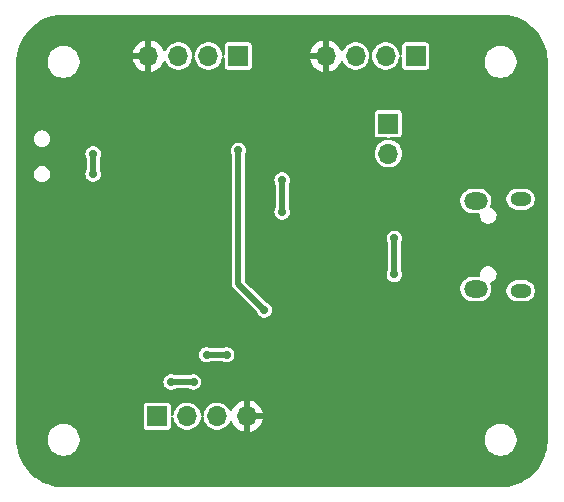
<source format=gbr>
%TF.GenerationSoftware,KiCad,Pcbnew,8.0.8-8.0.8-0~ubuntu24.04.1*%
%TF.CreationDate,2025-02-20T16:37:28+05:30*%
%TF.ProjectId,STM32_BT_IMU,53544d33-325f-4425-945f-494d552e6b69,rev?*%
%TF.SameCoordinates,Original*%
%TF.FileFunction,Copper,L2,Bot*%
%TF.FilePolarity,Positive*%
%FSLAX46Y46*%
G04 Gerber Fmt 4.6, Leading zero omitted, Abs format (unit mm)*
G04 Created by KiCad (PCBNEW 8.0.8-8.0.8-0~ubuntu24.04.1) date 2025-02-20 16:37:28*
%MOMM*%
%LPD*%
G01*
G04 APERTURE LIST*
%TA.AperFunction,ComponentPad*%
%ADD10R,1.700000X1.700000*%
%TD*%
%TA.AperFunction,ComponentPad*%
%ADD11O,1.700000X1.700000*%
%TD*%
%TA.AperFunction,HeatsinkPad*%
%ADD12O,1.800000X1.150000*%
%TD*%
%TA.AperFunction,HeatsinkPad*%
%ADD13O,2.000000X1.450000*%
%TD*%
%TA.AperFunction,ViaPad*%
%ADD14C,0.700000*%
%TD*%
%TA.AperFunction,Conductor*%
%ADD15C,0.500000*%
%TD*%
G04 APERTURE END LIST*
D10*
%TO.P,J2,1,Pin_1*%
%TO.N,+3.3V*%
X83800000Y-71500000D03*
D11*
%TO.P,J2,2,Pin_2*%
%TO.N,/SWDIO*%
X81260000Y-71500000D03*
%TO.P,J2,3,Pin_3*%
%TO.N,/SWCLK*%
X78720000Y-71500000D03*
%TO.P,J2,4,Pin_4*%
%TO.N,GND*%
X76180000Y-71500000D03*
%TD*%
D12*
%TO.P,J1,6,Shield*%
%TO.N,unconnected-(J1-Shield-Pad6)_3*%
X92695000Y-91375000D03*
D13*
%TO.N,unconnected-(J1-Shield-Pad6)*%
X88895000Y-91225000D03*
%TO.N,unconnected-(J1-Shield-Pad6)_1*%
X88895000Y-83775000D03*
D12*
%TO.N,unconnected-(J1-Shield-Pad6)_2*%
X92695000Y-83625000D03*
%TD*%
D10*
%TO.P,J4,1,Pin_1*%
%TO.N,+3.3V*%
X61920000Y-102000000D03*
D11*
%TO.P,J4,2,Pin_2*%
%TO.N,/I2C2_SCL*%
X64460000Y-102000000D03*
%TO.P,J4,3,Pin_3*%
%TO.N,/I2C2_SDA*%
X67000000Y-102000000D03*
%TO.P,J4,4,Pin_4*%
%TO.N,GND*%
X69540000Y-102000000D03*
%TD*%
D10*
%TO.P,J5,1,Pin_1*%
%TO.N,/CAN_H*%
X81500000Y-77225000D03*
D11*
%TO.P,J5,2,Pin_2*%
%TO.N,/CAN_L*%
X81500000Y-79765000D03*
%TD*%
D10*
%TO.P,J3,1,Pin_1*%
%TO.N,+3.3V*%
X68800000Y-71500000D03*
D11*
%TO.P,J3,2,Pin_2*%
%TO.N,/USART1_TX*%
X66260000Y-71500000D03*
%TO.P,J3,3,Pin_3*%
%TO.N,/USART1_RX*%
X63720000Y-71500000D03*
%TO.P,J3,4,Pin_4*%
%TO.N,GND*%
X61180000Y-71500000D03*
%TD*%
D14*
%TO.N,+3.3V*%
X67810000Y-96800000D03*
X66100000Y-96800000D03*
X65000000Y-99100000D03*
X63100000Y-99100000D03*
%TO.N,GND*%
X65500000Y-77500000D03*
X80000000Y-99000000D03*
X65425335Y-94925335D03*
X58500000Y-91500000D03*
X87500000Y-86200000D03*
X75500000Y-81300000D03*
X57000000Y-86250000D03*
X58500000Y-86000000D03*
X63500000Y-90000000D03*
X80500000Y-94000000D03*
X80500000Y-95500000D03*
X61000000Y-85000000D03*
X68000000Y-91500000D03*
X55500000Y-77000000D03*
X54250000Y-89500000D03*
X84500000Y-99000000D03*
X73500000Y-86950000D03*
X81000000Y-99000000D03*
X58500000Y-95500000D03*
X63000000Y-78500000D03*
X90500000Y-95500000D03*
%TO.N,+3.3V*%
X82000000Y-90000000D03*
X72500000Y-84700000D03*
X56495717Y-79790145D03*
X72500000Y-82000000D03*
X56500000Y-81500000D03*
X82000000Y-86950000D03*
%TO.N,+5VD*%
X68800000Y-79500000D03*
X71000000Y-93000000D03*
%TD*%
D15*
%TO.N,+3.3V*%
X66100000Y-96800000D02*
X67810000Y-96800000D01*
X63100000Y-99100000D02*
X65000000Y-99100000D01*
X72500000Y-84700000D02*
X72500000Y-82000000D01*
X82000000Y-90000000D02*
X82000000Y-86950000D01*
X56500000Y-81500000D02*
X56500000Y-79794428D01*
X56500000Y-79794428D02*
X56495717Y-79790145D01*
%TO.N,+5VD*%
X68800000Y-79500000D02*
X68800000Y-90800000D01*
X68800000Y-90800000D02*
X71000000Y-93000000D01*
%TD*%
%TA.AperFunction,Conductor*%
%TO.N,GND*%
G36*
X91000733Y-68000008D02*
G01*
X91191077Y-68002343D01*
X91201681Y-68002930D01*
X91581224Y-68040312D01*
X91593249Y-68042096D01*
X91966527Y-68116345D01*
X91978329Y-68119301D01*
X92342544Y-68229785D01*
X92354002Y-68233885D01*
X92705627Y-68379532D01*
X92716626Y-68384734D01*
X93052282Y-68564147D01*
X93062713Y-68570399D01*
X93379169Y-68781849D01*
X93388942Y-68789097D01*
X93683148Y-69030544D01*
X93692165Y-69038717D01*
X93961282Y-69307834D01*
X93969455Y-69316851D01*
X94210902Y-69611057D01*
X94218150Y-69620830D01*
X94429600Y-69937286D01*
X94435856Y-69947724D01*
X94615264Y-70283372D01*
X94620467Y-70294372D01*
X94766114Y-70645997D01*
X94770214Y-70657455D01*
X94880698Y-71021670D01*
X94883654Y-71033474D01*
X94957902Y-71406744D01*
X94959688Y-71418781D01*
X94997068Y-71798304D01*
X94997656Y-71808937D01*
X94999991Y-71999266D01*
X95000000Y-72000787D01*
X95000000Y-103999212D01*
X94999991Y-104000733D01*
X94997656Y-104191062D01*
X94997068Y-104201695D01*
X94959688Y-104581218D01*
X94957902Y-104593255D01*
X94883654Y-104966525D01*
X94880698Y-104978329D01*
X94770214Y-105342544D01*
X94766114Y-105354002D01*
X94620467Y-105705627D01*
X94615264Y-105716627D01*
X94435856Y-106052275D01*
X94429600Y-106062713D01*
X94218150Y-106379169D01*
X94210902Y-106388942D01*
X93969455Y-106683148D01*
X93961282Y-106692165D01*
X93692165Y-106961282D01*
X93683148Y-106969455D01*
X93388942Y-107210902D01*
X93379169Y-107218150D01*
X93062713Y-107429600D01*
X93052275Y-107435856D01*
X92716627Y-107615264D01*
X92705627Y-107620467D01*
X92354002Y-107766114D01*
X92342544Y-107770214D01*
X91978329Y-107880698D01*
X91966525Y-107883654D01*
X91593255Y-107957902D01*
X91581218Y-107959688D01*
X91201695Y-107997068D01*
X91191062Y-107997656D01*
X91000734Y-107999991D01*
X90999213Y-108000000D01*
X54000787Y-108000000D01*
X53999266Y-107999991D01*
X53808937Y-107997656D01*
X53798304Y-107997068D01*
X53418781Y-107959688D01*
X53406744Y-107957902D01*
X53033474Y-107883654D01*
X53021670Y-107880698D01*
X52657455Y-107770214D01*
X52645997Y-107766114D01*
X52294372Y-107620467D01*
X52283372Y-107615264D01*
X51947724Y-107435856D01*
X51937286Y-107429600D01*
X51620830Y-107218150D01*
X51611057Y-107210902D01*
X51316851Y-106969455D01*
X51307834Y-106961282D01*
X51038717Y-106692165D01*
X51030544Y-106683148D01*
X50789097Y-106388942D01*
X50781849Y-106379169D01*
X50570399Y-106062713D01*
X50564143Y-106052275D01*
X50384735Y-105716627D01*
X50379532Y-105705627D01*
X50233885Y-105354002D01*
X50229785Y-105342544D01*
X50119301Y-104978329D01*
X50116345Y-104966525D01*
X50099092Y-104879786D01*
X50042096Y-104593249D01*
X50040311Y-104581218D01*
X50002930Y-104201681D01*
X50002343Y-104191075D01*
X50000009Y-104000732D01*
X50000000Y-103999212D01*
X50000000Y-103893713D01*
X52649500Y-103893713D01*
X52649500Y-104106286D01*
X52682753Y-104316239D01*
X52748444Y-104518414D01*
X52844951Y-104707820D01*
X52969890Y-104879786D01*
X53120213Y-105030109D01*
X53292179Y-105155048D01*
X53292181Y-105155049D01*
X53292184Y-105155051D01*
X53481588Y-105251557D01*
X53683757Y-105317246D01*
X53893713Y-105350500D01*
X53893714Y-105350500D01*
X54106286Y-105350500D01*
X54106287Y-105350500D01*
X54316243Y-105317246D01*
X54518412Y-105251557D01*
X54707816Y-105155051D01*
X54729789Y-105139086D01*
X54879786Y-105030109D01*
X54879788Y-105030106D01*
X54879792Y-105030104D01*
X55030104Y-104879792D01*
X55030106Y-104879788D01*
X55030109Y-104879786D01*
X55155048Y-104707820D01*
X55155047Y-104707820D01*
X55155051Y-104707816D01*
X55251557Y-104518412D01*
X55317246Y-104316243D01*
X55350500Y-104106287D01*
X55350500Y-103893713D01*
X89649500Y-103893713D01*
X89649500Y-104106286D01*
X89682753Y-104316239D01*
X89748444Y-104518414D01*
X89844951Y-104707820D01*
X89969890Y-104879786D01*
X90120213Y-105030109D01*
X90292179Y-105155048D01*
X90292181Y-105155049D01*
X90292184Y-105155051D01*
X90481588Y-105251557D01*
X90683757Y-105317246D01*
X90893713Y-105350500D01*
X90893714Y-105350500D01*
X91106286Y-105350500D01*
X91106287Y-105350500D01*
X91316243Y-105317246D01*
X91518412Y-105251557D01*
X91707816Y-105155051D01*
X91729789Y-105139086D01*
X91879786Y-105030109D01*
X91879788Y-105030106D01*
X91879792Y-105030104D01*
X92030104Y-104879792D01*
X92030106Y-104879788D01*
X92030109Y-104879786D01*
X92155048Y-104707820D01*
X92155047Y-104707820D01*
X92155051Y-104707816D01*
X92251557Y-104518412D01*
X92317246Y-104316243D01*
X92350500Y-104106287D01*
X92350500Y-103893713D01*
X92317246Y-103683757D01*
X92251557Y-103481588D01*
X92155051Y-103292184D01*
X92155049Y-103292181D01*
X92155048Y-103292179D01*
X92030109Y-103120213D01*
X91879786Y-102969890D01*
X91707820Y-102844951D01*
X91518414Y-102748444D01*
X91518413Y-102748443D01*
X91518412Y-102748443D01*
X91316243Y-102682754D01*
X91316241Y-102682753D01*
X91316240Y-102682753D01*
X91154957Y-102657208D01*
X91106287Y-102649500D01*
X90893713Y-102649500D01*
X90845042Y-102657208D01*
X90683760Y-102682753D01*
X90481585Y-102748444D01*
X90292179Y-102844951D01*
X90120213Y-102969890D01*
X89969890Y-103120213D01*
X89844951Y-103292179D01*
X89748444Y-103481585D01*
X89682753Y-103683760D01*
X89649500Y-103893713D01*
X55350500Y-103893713D01*
X55317246Y-103683757D01*
X55251557Y-103481588D01*
X55155051Y-103292184D01*
X55155049Y-103292181D01*
X55155048Y-103292179D01*
X55030109Y-103120213D01*
X54879786Y-102969890D01*
X54707820Y-102844951D01*
X54518414Y-102748444D01*
X54518413Y-102748443D01*
X54518412Y-102748443D01*
X54316243Y-102682754D01*
X54316241Y-102682753D01*
X54316240Y-102682753D01*
X54154957Y-102657208D01*
X54106287Y-102649500D01*
X53893713Y-102649500D01*
X53845042Y-102657208D01*
X53683760Y-102682753D01*
X53481585Y-102748444D01*
X53292179Y-102844951D01*
X53120213Y-102969890D01*
X52969890Y-103120213D01*
X52844951Y-103292179D01*
X52748444Y-103481585D01*
X52682753Y-103683760D01*
X52649500Y-103893713D01*
X50000000Y-103893713D01*
X50000000Y-101105131D01*
X60769500Y-101105131D01*
X60769500Y-102894856D01*
X60769502Y-102894882D01*
X60772413Y-102919987D01*
X60772415Y-102919991D01*
X60817793Y-103022764D01*
X60817794Y-103022765D01*
X60897235Y-103102206D01*
X61000009Y-103147585D01*
X61025135Y-103150500D01*
X62814864Y-103150499D01*
X62814879Y-103150497D01*
X62814882Y-103150497D01*
X62839987Y-103147586D01*
X62839988Y-103147585D01*
X62839991Y-103147585D01*
X62942765Y-103102206D01*
X63022206Y-103022765D01*
X63067585Y-102919991D01*
X63070500Y-102894865D01*
X63070499Y-102156046D01*
X63090183Y-102089009D01*
X63142987Y-102043254D01*
X63212146Y-102033310D01*
X63275702Y-102062335D01*
X63313476Y-102121113D01*
X63317970Y-102144606D01*
X63322454Y-102192993D01*
X63324244Y-102212310D01*
X63377675Y-102400099D01*
X63382596Y-102417392D01*
X63382596Y-102417394D01*
X63477632Y-102608253D01*
X63606127Y-102778406D01*
X63606128Y-102778407D01*
X63763698Y-102922052D01*
X63944981Y-103034298D01*
X64143802Y-103111321D01*
X64353390Y-103150500D01*
X64353392Y-103150500D01*
X64566608Y-103150500D01*
X64566610Y-103150500D01*
X64776198Y-103111321D01*
X64975019Y-103034298D01*
X65156302Y-102922052D01*
X65313872Y-102778407D01*
X65442366Y-102608255D01*
X65496270Y-102500000D01*
X65537403Y-102417394D01*
X65537403Y-102417393D01*
X65537405Y-102417389D01*
X65595756Y-102212310D01*
X65606529Y-102096047D01*
X65632315Y-102031111D01*
X65674622Y-102000804D01*
X65783130Y-102000804D01*
X65819503Y-102021668D01*
X65851693Y-102083681D01*
X65853470Y-102096047D01*
X65864244Y-102212310D01*
X65917675Y-102400099D01*
X65922596Y-102417392D01*
X65922596Y-102417394D01*
X66017632Y-102608253D01*
X66146127Y-102778406D01*
X66146128Y-102778407D01*
X66303698Y-102922052D01*
X66484981Y-103034298D01*
X66683802Y-103111321D01*
X66893390Y-103150500D01*
X66893392Y-103150500D01*
X67106608Y-103150500D01*
X67106610Y-103150500D01*
X67316198Y-103111321D01*
X67515019Y-103034298D01*
X67696302Y-102922052D01*
X67853872Y-102778407D01*
X67982366Y-102608255D01*
X68049325Y-102473781D01*
X68096825Y-102422548D01*
X68164488Y-102405126D01*
X68230828Y-102427051D01*
X68272705Y-102476651D01*
X68366399Y-102677578D01*
X68501894Y-102871082D01*
X68668917Y-103038105D01*
X68862421Y-103173600D01*
X69076507Y-103273429D01*
X69076516Y-103273433D01*
X69290000Y-103330634D01*
X69290000Y-102433012D01*
X69347007Y-102465925D01*
X69474174Y-102500000D01*
X69605826Y-102500000D01*
X69732993Y-102465925D01*
X69790000Y-102433012D01*
X69790000Y-103330633D01*
X70003483Y-103273433D01*
X70003492Y-103273429D01*
X70217578Y-103173600D01*
X70411082Y-103038105D01*
X70578105Y-102871082D01*
X70713600Y-102677578D01*
X70813429Y-102463492D01*
X70813432Y-102463486D01*
X70870636Y-102250000D01*
X69973012Y-102250000D01*
X70005925Y-102192993D01*
X70040000Y-102065826D01*
X70040000Y-101934174D01*
X70005925Y-101807007D01*
X69973012Y-101750000D01*
X70870636Y-101750000D01*
X70870635Y-101749999D01*
X70813432Y-101536513D01*
X70813429Y-101536507D01*
X70713600Y-101322422D01*
X70713599Y-101322420D01*
X70578113Y-101128926D01*
X70578108Y-101128920D01*
X70411082Y-100961894D01*
X70217578Y-100826399D01*
X70003492Y-100726570D01*
X70003486Y-100726567D01*
X69790000Y-100669364D01*
X69790000Y-101566988D01*
X69732993Y-101534075D01*
X69605826Y-101500000D01*
X69474174Y-101500000D01*
X69347007Y-101534075D01*
X69290000Y-101566988D01*
X69290000Y-100669364D01*
X69289999Y-100669364D01*
X69076513Y-100726567D01*
X69076507Y-100726570D01*
X68862422Y-100826399D01*
X68862420Y-100826400D01*
X68668926Y-100961886D01*
X68668920Y-100961891D01*
X68501891Y-101128920D01*
X68501886Y-101128926D01*
X68366400Y-101322420D01*
X68366399Y-101322422D01*
X68272705Y-101523348D01*
X68226532Y-101575787D01*
X68159339Y-101594939D01*
X68092457Y-101574723D01*
X68049324Y-101526216D01*
X67982366Y-101391745D01*
X67853872Y-101221593D01*
X67696302Y-101077948D01*
X67515019Y-100965702D01*
X67515017Y-100965701D01*
X67415608Y-100927190D01*
X67316198Y-100888679D01*
X67106610Y-100849500D01*
X66893390Y-100849500D01*
X66683802Y-100888679D01*
X66683799Y-100888679D01*
X66683799Y-100888680D01*
X66484982Y-100965701D01*
X66484980Y-100965702D01*
X66303699Y-101077947D01*
X66146127Y-101221593D01*
X66017632Y-101391746D01*
X65922596Y-101582605D01*
X65922596Y-101582607D01*
X65864244Y-101787689D01*
X65853471Y-101903951D01*
X65827685Y-101968888D01*
X65783130Y-102000804D01*
X65674622Y-102000804D01*
X65676869Y-101999194D01*
X65640497Y-101978331D01*
X65608307Y-101916318D01*
X65606529Y-101903951D01*
X65603175Y-101867759D01*
X65595756Y-101787690D01*
X65537405Y-101582611D01*
X65537403Y-101582606D01*
X65537403Y-101582605D01*
X65442367Y-101391746D01*
X65313872Y-101221593D01*
X65156302Y-101077948D01*
X64975019Y-100965702D01*
X64975017Y-100965701D01*
X64875608Y-100927190D01*
X64776198Y-100888679D01*
X64566610Y-100849500D01*
X64353390Y-100849500D01*
X64143802Y-100888679D01*
X64143799Y-100888679D01*
X64143799Y-100888680D01*
X63944982Y-100965701D01*
X63944980Y-100965702D01*
X63763699Y-101077947D01*
X63606127Y-101221593D01*
X63477632Y-101391746D01*
X63382596Y-101582605D01*
X63382596Y-101582607D01*
X63324244Y-101787689D01*
X63317970Y-101855394D01*
X63292183Y-101920331D01*
X63235383Y-101961018D01*
X63165602Y-101964538D01*
X63104995Y-101929772D01*
X63072806Y-101867759D01*
X63070499Y-101843952D01*
X63070499Y-101105143D01*
X63070499Y-101105136D01*
X63070497Y-101105117D01*
X63067586Y-101080012D01*
X63067585Y-101080010D01*
X63067585Y-101080009D01*
X63022206Y-100977235D01*
X62942765Y-100897794D01*
X62922124Y-100888680D01*
X62839992Y-100852415D01*
X62814865Y-100849500D01*
X61025143Y-100849500D01*
X61025117Y-100849502D01*
X61000012Y-100852413D01*
X61000008Y-100852415D01*
X60897235Y-100897793D01*
X60817794Y-100977234D01*
X60772415Y-101080006D01*
X60772415Y-101080008D01*
X60769500Y-101105131D01*
X50000000Y-101105131D01*
X50000000Y-99099999D01*
X62444722Y-99099999D01*
X62444722Y-99100000D01*
X62463762Y-99256818D01*
X62519780Y-99404523D01*
X62609517Y-99534530D01*
X62727760Y-99639283D01*
X62727762Y-99639284D01*
X62867634Y-99712696D01*
X63021014Y-99750500D01*
X63021015Y-99750500D01*
X63178985Y-99750500D01*
X63332365Y-99712696D01*
X63423805Y-99664703D01*
X63481431Y-99650500D01*
X64618569Y-99650500D01*
X64676194Y-99664703D01*
X64767635Y-99712696D01*
X64844325Y-99731598D01*
X64921014Y-99750500D01*
X64921015Y-99750500D01*
X65078985Y-99750500D01*
X65232365Y-99712696D01*
X65372240Y-99639283D01*
X65490483Y-99534530D01*
X65580220Y-99404523D01*
X65636237Y-99256818D01*
X65655278Y-99100000D01*
X65636237Y-98943182D01*
X65580220Y-98795477D01*
X65490483Y-98665470D01*
X65372240Y-98560717D01*
X65372238Y-98560716D01*
X65372237Y-98560715D01*
X65232365Y-98487303D01*
X65078986Y-98449500D01*
X65078985Y-98449500D01*
X64921015Y-98449500D01*
X64921014Y-98449500D01*
X64767636Y-98487303D01*
X64721763Y-98511379D01*
X64676194Y-98535296D01*
X64618569Y-98549500D01*
X63481431Y-98549500D01*
X63423805Y-98535296D01*
X63332365Y-98487304D01*
X63332364Y-98487303D01*
X63332363Y-98487303D01*
X63178986Y-98449500D01*
X63178985Y-98449500D01*
X63021015Y-98449500D01*
X63021014Y-98449500D01*
X62867634Y-98487303D01*
X62727762Y-98560715D01*
X62609516Y-98665471D01*
X62519781Y-98795475D01*
X62519780Y-98795476D01*
X62463762Y-98943181D01*
X62444722Y-99099999D01*
X50000000Y-99099999D01*
X50000000Y-96799999D01*
X65444722Y-96799999D01*
X65444722Y-96800000D01*
X65463762Y-96956818D01*
X65519780Y-97104523D01*
X65609517Y-97234530D01*
X65727760Y-97339283D01*
X65727762Y-97339284D01*
X65867634Y-97412696D01*
X66021014Y-97450500D01*
X66021015Y-97450500D01*
X66178985Y-97450500D01*
X66332365Y-97412696D01*
X66423805Y-97364703D01*
X66481431Y-97350500D01*
X67428569Y-97350500D01*
X67486194Y-97364703D01*
X67577635Y-97412696D01*
X67654325Y-97431598D01*
X67731014Y-97450500D01*
X67731015Y-97450500D01*
X67888985Y-97450500D01*
X68042365Y-97412696D01*
X68182240Y-97339283D01*
X68300483Y-97234530D01*
X68390220Y-97104523D01*
X68446237Y-96956818D01*
X68465278Y-96800000D01*
X68446237Y-96643182D01*
X68390220Y-96495477D01*
X68300483Y-96365470D01*
X68182240Y-96260717D01*
X68182238Y-96260716D01*
X68182237Y-96260715D01*
X68042365Y-96187303D01*
X67888986Y-96149500D01*
X67888985Y-96149500D01*
X67731015Y-96149500D01*
X67731014Y-96149500D01*
X67577636Y-96187303D01*
X67531763Y-96211379D01*
X67486194Y-96235296D01*
X67428569Y-96249500D01*
X66481431Y-96249500D01*
X66423805Y-96235296D01*
X66332365Y-96187304D01*
X66332364Y-96187303D01*
X66332363Y-96187303D01*
X66178986Y-96149500D01*
X66178985Y-96149500D01*
X66021015Y-96149500D01*
X66021014Y-96149500D01*
X65867634Y-96187303D01*
X65727762Y-96260715D01*
X65609516Y-96365471D01*
X65519781Y-96495475D01*
X65519780Y-96495476D01*
X65463762Y-96643181D01*
X65444722Y-96799999D01*
X50000000Y-96799999D01*
X50000000Y-81568995D01*
X51469499Y-81568995D01*
X51496418Y-81704322D01*
X51496421Y-81704332D01*
X51549221Y-81831804D01*
X51549228Y-81831817D01*
X51625885Y-81946541D01*
X51625888Y-81946545D01*
X51723454Y-82044111D01*
X51723458Y-82044114D01*
X51838182Y-82120771D01*
X51838195Y-82120778D01*
X51965667Y-82173578D01*
X51965672Y-82173580D01*
X51965676Y-82173580D01*
X51965677Y-82173581D01*
X52101004Y-82200500D01*
X52101007Y-82200500D01*
X52238995Y-82200500D01*
X52330041Y-82182389D01*
X52374328Y-82173580D01*
X52501811Y-82120775D01*
X52616542Y-82044114D01*
X52714114Y-81946542D01*
X52790775Y-81831811D01*
X52843580Y-81704328D01*
X52870500Y-81568993D01*
X52870500Y-81431007D01*
X52870500Y-81431004D01*
X52843581Y-81295677D01*
X52843580Y-81295676D01*
X52843580Y-81295672D01*
X52797414Y-81184217D01*
X52790778Y-81168195D01*
X52790771Y-81168182D01*
X52714114Y-81053458D01*
X52714111Y-81053454D01*
X52616545Y-80955888D01*
X52616541Y-80955885D01*
X52501817Y-80879228D01*
X52501804Y-80879221D01*
X52374332Y-80826421D01*
X52374322Y-80826418D01*
X52238995Y-80799500D01*
X52238993Y-80799500D01*
X52101007Y-80799500D01*
X52101005Y-80799500D01*
X51965677Y-80826418D01*
X51965667Y-80826421D01*
X51838195Y-80879221D01*
X51838182Y-80879228D01*
X51723458Y-80955885D01*
X51723454Y-80955888D01*
X51625888Y-81053454D01*
X51625885Y-81053458D01*
X51549228Y-81168182D01*
X51549221Y-81168195D01*
X51496421Y-81295667D01*
X51496418Y-81295677D01*
X51469500Y-81431004D01*
X51469500Y-81431007D01*
X51469500Y-81568993D01*
X51469500Y-81568995D01*
X51469499Y-81568995D01*
X50000000Y-81568995D01*
X50000000Y-79790144D01*
X55840439Y-79790144D01*
X55840439Y-79790145D01*
X55859479Y-79946963D01*
X55900093Y-80054053D01*
X55915497Y-80094668D01*
X55927549Y-80112129D01*
X55949433Y-80178481D01*
X55949500Y-80182569D01*
X55949500Y-81113780D01*
X55929815Y-81180819D01*
X55927552Y-81184217D01*
X55919780Y-81195476D01*
X55863762Y-81343181D01*
X55844722Y-81499999D01*
X55844722Y-81500000D01*
X55863762Y-81656818D01*
X55919780Y-81804523D01*
X56009517Y-81934530D01*
X56127760Y-82039283D01*
X56127762Y-82039284D01*
X56267634Y-82112696D01*
X56421014Y-82150500D01*
X56421015Y-82150500D01*
X56578985Y-82150500D01*
X56732365Y-82112696D01*
X56872240Y-82039283D01*
X56990483Y-81934530D01*
X57080220Y-81804523D01*
X57136237Y-81656818D01*
X57155278Y-81500000D01*
X57146901Y-81431004D01*
X57136237Y-81343181D01*
X57114992Y-81287164D01*
X57080220Y-81195477D01*
X57072448Y-81184217D01*
X57050567Y-81117862D01*
X57050500Y-81113780D01*
X57050500Y-80170159D01*
X57070185Y-80103120D01*
X57072453Y-80099715D01*
X57075937Y-80094668D01*
X57131954Y-79946963D01*
X57150995Y-79790145D01*
X57131954Y-79633327D01*
X57081389Y-79499999D01*
X68144722Y-79499999D01*
X68144722Y-79500000D01*
X68163762Y-79656818D01*
X68204791Y-79765000D01*
X68219780Y-79804523D01*
X68227548Y-79815777D01*
X68249433Y-79882130D01*
X68249500Y-79886219D01*
X68249500Y-90872475D01*
X68260757Y-90914484D01*
X68260757Y-90914485D01*
X68287016Y-91012485D01*
X68359489Y-91138013D01*
X68359491Y-91138016D01*
X70336063Y-93114588D01*
X70364324Y-93158298D01*
X70419780Y-93304523D01*
X70509517Y-93434530D01*
X70627760Y-93539283D01*
X70627762Y-93539284D01*
X70767634Y-93612696D01*
X70921014Y-93650500D01*
X70921015Y-93650500D01*
X71078985Y-93650500D01*
X71232365Y-93612696D01*
X71372240Y-93539283D01*
X71490483Y-93434530D01*
X71580220Y-93304523D01*
X71636237Y-93156818D01*
X71655278Y-93000000D01*
X71636237Y-92843182D01*
X71580220Y-92695477D01*
X71490483Y-92565470D01*
X71372240Y-92460717D01*
X71372238Y-92460716D01*
X71372237Y-92460715D01*
X71232367Y-92387304D01*
X71177626Y-92373812D01*
X71119621Y-92341096D01*
X69902517Y-91123992D01*
X87594500Y-91123992D01*
X87594500Y-91326007D01*
X87633907Y-91524119D01*
X87633909Y-91524127D01*
X87711212Y-91710752D01*
X87711217Y-91710762D01*
X87823441Y-91878718D01*
X87966281Y-92021558D01*
X88134237Y-92133782D01*
X88134241Y-92133784D01*
X88134244Y-92133786D01*
X88320873Y-92211091D01*
X88518992Y-92250499D01*
X88518996Y-92250500D01*
X88518997Y-92250500D01*
X89271004Y-92250500D01*
X89271005Y-92250499D01*
X89469127Y-92211091D01*
X89655756Y-92133786D01*
X89823718Y-92021558D01*
X89966558Y-91878718D01*
X90078786Y-91710756D01*
X90156091Y-91524127D01*
X90195500Y-91326003D01*
X90195500Y-91288766D01*
X91494500Y-91288766D01*
X91494500Y-91461233D01*
X91528143Y-91630366D01*
X91528146Y-91630378D01*
X91594138Y-91789698D01*
X91594145Y-91789711D01*
X91689954Y-91933098D01*
X91689957Y-91933102D01*
X91811897Y-92055042D01*
X91811901Y-92055045D01*
X91955288Y-92150854D01*
X91955301Y-92150861D01*
X92100708Y-92211090D01*
X92114626Y-92216855D01*
X92283766Y-92250499D01*
X92283769Y-92250500D01*
X92283771Y-92250500D01*
X93106231Y-92250500D01*
X93106232Y-92250499D01*
X93275374Y-92216855D01*
X93434705Y-92150858D01*
X93578099Y-92055045D01*
X93700045Y-91933099D01*
X93795858Y-91789705D01*
X93861855Y-91630374D01*
X93895500Y-91461229D01*
X93895500Y-91288771D01*
X93895500Y-91288768D01*
X93895499Y-91288766D01*
X93865513Y-91138016D01*
X93861855Y-91119626D01*
X93817476Y-91012485D01*
X93795861Y-90960301D01*
X93795854Y-90960288D01*
X93700045Y-90816901D01*
X93700042Y-90816897D01*
X93578102Y-90694957D01*
X93578098Y-90694954D01*
X93434711Y-90599145D01*
X93434698Y-90599138D01*
X93275378Y-90533146D01*
X93275366Y-90533143D01*
X93106232Y-90499500D01*
X93106229Y-90499500D01*
X92283771Y-90499500D01*
X92283768Y-90499500D01*
X92114633Y-90533143D01*
X92114621Y-90533146D01*
X91955301Y-90599138D01*
X91955288Y-90599145D01*
X91811901Y-90694954D01*
X91811897Y-90694957D01*
X91689957Y-90816897D01*
X91689954Y-90816901D01*
X91594145Y-90960288D01*
X91594138Y-90960301D01*
X91528146Y-91119621D01*
X91528143Y-91119633D01*
X91494500Y-91288766D01*
X90195500Y-91288766D01*
X90195500Y-91123997D01*
X90156091Y-90925873D01*
X90114932Y-90826507D01*
X90107463Y-90757037D01*
X90138738Y-90694558D01*
X90189060Y-90664700D01*
X90188207Y-90662452D01*
X90195222Y-90659790D01*
X90195225Y-90659790D01*
X90345852Y-90580734D01*
X90473183Y-90467929D01*
X90569818Y-90327930D01*
X90630140Y-90168872D01*
X90650645Y-90000000D01*
X90630140Y-89831128D01*
X90569818Y-89672070D01*
X90473183Y-89532071D01*
X90345852Y-89419266D01*
X90345849Y-89419263D01*
X90195226Y-89340210D01*
X90030056Y-89299500D01*
X89859944Y-89299500D01*
X89694773Y-89340210D01*
X89544150Y-89419263D01*
X89416816Y-89532072D01*
X89320182Y-89672068D01*
X89259860Y-89831125D01*
X89259859Y-89831130D01*
X89239355Y-89999999D01*
X89246708Y-90060553D01*
X89235248Y-90129476D01*
X89188344Y-90181263D01*
X89123612Y-90199500D01*
X88518992Y-90199500D01*
X88320880Y-90238907D01*
X88320872Y-90238909D01*
X88134247Y-90316212D01*
X88134237Y-90316217D01*
X87966281Y-90428441D01*
X87823441Y-90571281D01*
X87711217Y-90739237D01*
X87711212Y-90739247D01*
X87633909Y-90925872D01*
X87633907Y-90925880D01*
X87594500Y-91123992D01*
X69902517Y-91123992D01*
X69386819Y-90608294D01*
X69353334Y-90546971D01*
X69350500Y-90520613D01*
X69350500Y-86949999D01*
X81344722Y-86949999D01*
X81344722Y-86950000D01*
X81363762Y-87106818D01*
X81419780Y-87254523D01*
X81427548Y-87265777D01*
X81449433Y-87332130D01*
X81449500Y-87336219D01*
X81449500Y-89613780D01*
X81429815Y-89680819D01*
X81427552Y-89684217D01*
X81419780Y-89695476D01*
X81363762Y-89843181D01*
X81344722Y-89999999D01*
X81344722Y-90000000D01*
X81363762Y-90156818D01*
X81379988Y-90199601D01*
X81419780Y-90304523D01*
X81509517Y-90434530D01*
X81627760Y-90539283D01*
X81627762Y-90539284D01*
X81767634Y-90612696D01*
X81921014Y-90650500D01*
X81921015Y-90650500D01*
X82078985Y-90650500D01*
X82232365Y-90612696D01*
X82258184Y-90599145D01*
X82372240Y-90539283D01*
X82490483Y-90434530D01*
X82580220Y-90304523D01*
X82636237Y-90156818D01*
X82655278Y-90000000D01*
X82636237Y-89843182D01*
X82631666Y-89831130D01*
X82614992Y-89787164D01*
X82580220Y-89695477D01*
X82572448Y-89684217D01*
X82550567Y-89617862D01*
X82550500Y-89613780D01*
X82550500Y-87336219D01*
X82570185Y-87269180D01*
X82572434Y-87265802D01*
X82580220Y-87254523D01*
X82636237Y-87106818D01*
X82655278Y-86950000D01*
X82636237Y-86793182D01*
X82580220Y-86645477D01*
X82490483Y-86515470D01*
X82372240Y-86410717D01*
X82372238Y-86410716D01*
X82372237Y-86410715D01*
X82232365Y-86337303D01*
X82078986Y-86299500D01*
X82078985Y-86299500D01*
X81921015Y-86299500D01*
X81921014Y-86299500D01*
X81767634Y-86337303D01*
X81627762Y-86410715D01*
X81509516Y-86515471D01*
X81419781Y-86645475D01*
X81419780Y-86645476D01*
X81363762Y-86793181D01*
X81344722Y-86949999D01*
X69350500Y-86949999D01*
X69350500Y-81999999D01*
X71844722Y-81999999D01*
X71844722Y-82000000D01*
X71863762Y-82156818D01*
X71880329Y-82200500D01*
X71919780Y-82304523D01*
X71927548Y-82315777D01*
X71949433Y-82382130D01*
X71949500Y-82386219D01*
X71949500Y-84313780D01*
X71929815Y-84380819D01*
X71927552Y-84384217D01*
X71919780Y-84395476D01*
X71863762Y-84543181D01*
X71844722Y-84699999D01*
X71844722Y-84700000D01*
X71863762Y-84856818D01*
X71895100Y-84939447D01*
X71919780Y-85004523D01*
X72009517Y-85134530D01*
X72127760Y-85239283D01*
X72127762Y-85239284D01*
X72267634Y-85312696D01*
X72421014Y-85350500D01*
X72421015Y-85350500D01*
X72578985Y-85350500D01*
X72732365Y-85312696D01*
X72872240Y-85239283D01*
X72990483Y-85134530D01*
X73080220Y-85004523D01*
X73136237Y-84856818D01*
X73155278Y-84700000D01*
X73153310Y-84683787D01*
X73136237Y-84543181D01*
X73107289Y-84466853D01*
X73080220Y-84395477D01*
X73072448Y-84384217D01*
X73050567Y-84317862D01*
X73050500Y-84313780D01*
X73050500Y-83673992D01*
X87594500Y-83673992D01*
X87594500Y-83876007D01*
X87633907Y-84074119D01*
X87633909Y-84074127D01*
X87711212Y-84260752D01*
X87711217Y-84260762D01*
X87823441Y-84428718D01*
X87966281Y-84571558D01*
X88134237Y-84683782D01*
X88134241Y-84683784D01*
X88134244Y-84683786D01*
X88320873Y-84761091D01*
X88518484Y-84800398D01*
X88518992Y-84800499D01*
X88518996Y-84800500D01*
X89123612Y-84800500D01*
X89190651Y-84820185D01*
X89236406Y-84872989D01*
X89246708Y-84939447D01*
X89239355Y-85000000D01*
X89259859Y-85168869D01*
X89259860Y-85168874D01*
X89320182Y-85327931D01*
X89335761Y-85350500D01*
X89416817Y-85467929D01*
X89522505Y-85561560D01*
X89544150Y-85580736D01*
X89694773Y-85659789D01*
X89694775Y-85659790D01*
X89859944Y-85700500D01*
X90030056Y-85700500D01*
X90195225Y-85659790D01*
X90274692Y-85618081D01*
X90345849Y-85580736D01*
X90345850Y-85580734D01*
X90345852Y-85580734D01*
X90473183Y-85467929D01*
X90569818Y-85327930D01*
X90630140Y-85168872D01*
X90650645Y-85000000D01*
X90630140Y-84831128D01*
X90618524Y-84800500D01*
X90580410Y-84699999D01*
X90569818Y-84672070D01*
X90473183Y-84532071D01*
X90345852Y-84419266D01*
X90345849Y-84419263D01*
X90195225Y-84340209D01*
X90188210Y-84337549D01*
X90189131Y-84335119D01*
X90139438Y-84306186D01*
X90107649Y-84243967D01*
X90114544Y-84174439D01*
X90114932Y-84173492D01*
X90156091Y-84074127D01*
X90195500Y-83876003D01*
X90195500Y-83673997D01*
X90168601Y-83538766D01*
X91494500Y-83538766D01*
X91494500Y-83711233D01*
X91528143Y-83880366D01*
X91528146Y-83880378D01*
X91594138Y-84039698D01*
X91594145Y-84039711D01*
X91689954Y-84183098D01*
X91689957Y-84183102D01*
X91811897Y-84305042D01*
X91811901Y-84305045D01*
X91955288Y-84400854D01*
X91955301Y-84400861D01*
X92114621Y-84466853D01*
X92114626Y-84466855D01*
X92283766Y-84500499D01*
X92283769Y-84500500D01*
X92283771Y-84500500D01*
X93106231Y-84500500D01*
X93106232Y-84500499D01*
X93275374Y-84466855D01*
X93434705Y-84400858D01*
X93578099Y-84305045D01*
X93700045Y-84183099D01*
X93795858Y-84039705D01*
X93861855Y-83880374D01*
X93895500Y-83711229D01*
X93895500Y-83538771D01*
X93895500Y-83538768D01*
X93895499Y-83538766D01*
X93882989Y-83475873D01*
X93861855Y-83369626D01*
X93828557Y-83289237D01*
X93795861Y-83210301D01*
X93795854Y-83210288D01*
X93700045Y-83066901D01*
X93700042Y-83066897D01*
X93578102Y-82944957D01*
X93578098Y-82944954D01*
X93434711Y-82849145D01*
X93434698Y-82849138D01*
X93275378Y-82783146D01*
X93275366Y-82783143D01*
X93106232Y-82749500D01*
X93106229Y-82749500D01*
X92283771Y-82749500D01*
X92283768Y-82749500D01*
X92114633Y-82783143D01*
X92114621Y-82783146D01*
X91955301Y-82849138D01*
X91955288Y-82849145D01*
X91811901Y-82944954D01*
X91811897Y-82944957D01*
X91689957Y-83066897D01*
X91689954Y-83066901D01*
X91594145Y-83210288D01*
X91594138Y-83210301D01*
X91528146Y-83369621D01*
X91528143Y-83369633D01*
X91494500Y-83538766D01*
X90168601Y-83538766D01*
X90156091Y-83475873D01*
X90078786Y-83289244D01*
X90078784Y-83289241D01*
X90078782Y-83289237D01*
X89966558Y-83121281D01*
X89823718Y-82978441D01*
X89655762Y-82866217D01*
X89655752Y-82866212D01*
X89469127Y-82788909D01*
X89469119Y-82788907D01*
X89271007Y-82749500D01*
X89271003Y-82749500D01*
X88518997Y-82749500D01*
X88518992Y-82749500D01*
X88320880Y-82788907D01*
X88320872Y-82788909D01*
X88134247Y-82866212D01*
X88134237Y-82866217D01*
X87966281Y-82978441D01*
X87823441Y-83121281D01*
X87711217Y-83289237D01*
X87711212Y-83289247D01*
X87633909Y-83475872D01*
X87633907Y-83475880D01*
X87594500Y-83673992D01*
X73050500Y-83673992D01*
X73050500Y-82386219D01*
X73070185Y-82319180D01*
X73072434Y-82315802D01*
X73080220Y-82304523D01*
X73136237Y-82156818D01*
X73155278Y-82000000D01*
X73148788Y-81946545D01*
X73136237Y-81843181D01*
X73083578Y-81704332D01*
X73080220Y-81695477D01*
X72990483Y-81565470D01*
X72872240Y-81460717D01*
X72872238Y-81460716D01*
X72872237Y-81460715D01*
X72732365Y-81387303D01*
X72578986Y-81349500D01*
X72578985Y-81349500D01*
X72421015Y-81349500D01*
X72421014Y-81349500D01*
X72267634Y-81387303D01*
X72127762Y-81460715D01*
X72009516Y-81565471D01*
X71919781Y-81695475D01*
X71919780Y-81695476D01*
X71863762Y-81843181D01*
X71844722Y-81999999D01*
X69350500Y-81999999D01*
X69350500Y-79886219D01*
X69370185Y-79819180D01*
X69372434Y-79815802D01*
X69380220Y-79804523D01*
X69395209Y-79764999D01*
X80344571Y-79764999D01*
X80344571Y-79765000D01*
X80364244Y-79977310D01*
X80422596Y-80182392D01*
X80422596Y-80182394D01*
X80517632Y-80373253D01*
X80517634Y-80373255D01*
X80646128Y-80543407D01*
X80803698Y-80687052D01*
X80984981Y-80799298D01*
X81183802Y-80876321D01*
X81393390Y-80915500D01*
X81393392Y-80915500D01*
X81606608Y-80915500D01*
X81606610Y-80915500D01*
X81816198Y-80876321D01*
X82015019Y-80799298D01*
X82196302Y-80687052D01*
X82353872Y-80543407D01*
X82482366Y-80373255D01*
X82482367Y-80373253D01*
X82577403Y-80182394D01*
X82577403Y-80182393D01*
X82577405Y-80182389D01*
X82635756Y-79977310D01*
X82655429Y-79765000D01*
X82635756Y-79552690D01*
X82577405Y-79347611D01*
X82577403Y-79347606D01*
X82577403Y-79347605D01*
X82482367Y-79156746D01*
X82353872Y-78986593D01*
X82196302Y-78842948D01*
X82015019Y-78730702D01*
X82015017Y-78730701D01*
X81915608Y-78692190D01*
X81816198Y-78653679D01*
X81643456Y-78621387D01*
X81581176Y-78589719D01*
X81545903Y-78529407D01*
X81548837Y-78459599D01*
X81589046Y-78402459D01*
X81653764Y-78376128D01*
X81666233Y-78375499D01*
X82394864Y-78375499D01*
X82394879Y-78375497D01*
X82394882Y-78375497D01*
X82419987Y-78372586D01*
X82419988Y-78372585D01*
X82419991Y-78372585D01*
X82522765Y-78327206D01*
X82602206Y-78247765D01*
X82647585Y-78144991D01*
X82650500Y-78119865D01*
X82650499Y-76330136D01*
X82650497Y-76330117D01*
X82647586Y-76305012D01*
X82647585Y-76305010D01*
X82647585Y-76305009D01*
X82602206Y-76202235D01*
X82522765Y-76122794D01*
X82522763Y-76122793D01*
X82419992Y-76077415D01*
X82394865Y-76074500D01*
X80605143Y-76074500D01*
X80605117Y-76074502D01*
X80580012Y-76077413D01*
X80580008Y-76077415D01*
X80477235Y-76122793D01*
X80397794Y-76202234D01*
X80352415Y-76305006D01*
X80352415Y-76305008D01*
X80349500Y-76330131D01*
X80349500Y-78119856D01*
X80349502Y-78119882D01*
X80352413Y-78144987D01*
X80352415Y-78144991D01*
X80397793Y-78247764D01*
X80397794Y-78247765D01*
X80477235Y-78327206D01*
X80580009Y-78372585D01*
X80605135Y-78375500D01*
X81333758Y-78375499D01*
X81400795Y-78395183D01*
X81446550Y-78447987D01*
X81456494Y-78517146D01*
X81427469Y-78580702D01*
X81368691Y-78618476D01*
X81356542Y-78621388D01*
X81300116Y-78631935D01*
X81183802Y-78653679D01*
X81183800Y-78653679D01*
X81183798Y-78653680D01*
X80984982Y-78730701D01*
X80984980Y-78730702D01*
X80803699Y-78842947D01*
X80646127Y-78986593D01*
X80517632Y-79156746D01*
X80422596Y-79347605D01*
X80422596Y-79347607D01*
X80364244Y-79552689D01*
X80344571Y-79764999D01*
X69395209Y-79764999D01*
X69436237Y-79656818D01*
X69455278Y-79500000D01*
X69436237Y-79343182D01*
X69380220Y-79195477D01*
X69290483Y-79065470D01*
X69172240Y-78960717D01*
X69172238Y-78960716D01*
X69172237Y-78960715D01*
X69032365Y-78887303D01*
X68878986Y-78849500D01*
X68878985Y-78849500D01*
X68721015Y-78849500D01*
X68721014Y-78849500D01*
X68567634Y-78887303D01*
X68427762Y-78960715D01*
X68309516Y-79065471D01*
X68219781Y-79195475D01*
X68219780Y-79195476D01*
X68163762Y-79343181D01*
X68144722Y-79499999D01*
X57081389Y-79499999D01*
X57075937Y-79485622D01*
X56986200Y-79355615D01*
X56867957Y-79250862D01*
X56867955Y-79250861D01*
X56867954Y-79250860D01*
X56728082Y-79177448D01*
X56574703Y-79139645D01*
X56574702Y-79139645D01*
X56416732Y-79139645D01*
X56416731Y-79139645D01*
X56263351Y-79177448D01*
X56123479Y-79250860D01*
X56005233Y-79355616D01*
X55915498Y-79485620D01*
X55915497Y-79485621D01*
X55859479Y-79633326D01*
X55840439Y-79790144D01*
X50000000Y-79790144D01*
X50000000Y-78568995D01*
X51469499Y-78568995D01*
X51496418Y-78704322D01*
X51496421Y-78704332D01*
X51549221Y-78831804D01*
X51549228Y-78831817D01*
X51625885Y-78946541D01*
X51625888Y-78946545D01*
X51723454Y-79044111D01*
X51723458Y-79044114D01*
X51838182Y-79120771D01*
X51838195Y-79120778D01*
X51965667Y-79173578D01*
X51965672Y-79173580D01*
X51965676Y-79173580D01*
X51965677Y-79173581D01*
X52101004Y-79200500D01*
X52101007Y-79200500D01*
X52238995Y-79200500D01*
X52354882Y-79177448D01*
X52374328Y-79173580D01*
X52501811Y-79120775D01*
X52616542Y-79044114D01*
X52714114Y-78946542D01*
X52790775Y-78831811D01*
X52843580Y-78704328D01*
X52861448Y-78614500D01*
X52870500Y-78568995D01*
X52870500Y-78431004D01*
X52843581Y-78295677D01*
X52843580Y-78295676D01*
X52843580Y-78295672D01*
X52843578Y-78295667D01*
X52790778Y-78168195D01*
X52790771Y-78168182D01*
X52714114Y-78053458D01*
X52714111Y-78053454D01*
X52616545Y-77955888D01*
X52616541Y-77955885D01*
X52501817Y-77879228D01*
X52501804Y-77879221D01*
X52374332Y-77826421D01*
X52374322Y-77826418D01*
X52238995Y-77799500D01*
X52238993Y-77799500D01*
X52101007Y-77799500D01*
X52101005Y-77799500D01*
X51965677Y-77826418D01*
X51965667Y-77826421D01*
X51838195Y-77879221D01*
X51838182Y-77879228D01*
X51723458Y-77955885D01*
X51723454Y-77955888D01*
X51625888Y-78053454D01*
X51625885Y-78053458D01*
X51549228Y-78168182D01*
X51549221Y-78168195D01*
X51496421Y-78295667D01*
X51496418Y-78295677D01*
X51469500Y-78431004D01*
X51469500Y-78431007D01*
X51469500Y-78568993D01*
X51469500Y-78568995D01*
X51469499Y-78568995D01*
X50000000Y-78568995D01*
X50000000Y-72000787D01*
X50000009Y-71999267D01*
X50000286Y-71976651D01*
X50001303Y-71893713D01*
X52649500Y-71893713D01*
X52649500Y-72106287D01*
X52682754Y-72316243D01*
X52708305Y-72394882D01*
X52748444Y-72518414D01*
X52844951Y-72707820D01*
X52969890Y-72879786D01*
X53120213Y-73030109D01*
X53292179Y-73155048D01*
X53292181Y-73155049D01*
X53292184Y-73155051D01*
X53481588Y-73251557D01*
X53683757Y-73317246D01*
X53893713Y-73350500D01*
X53893714Y-73350500D01*
X54106286Y-73350500D01*
X54106287Y-73350500D01*
X54316243Y-73317246D01*
X54518412Y-73251557D01*
X54707816Y-73155051D01*
X54729789Y-73139086D01*
X54879786Y-73030109D01*
X54879788Y-73030106D01*
X54879792Y-73030104D01*
X55030104Y-72879792D01*
X55030106Y-72879788D01*
X55030109Y-72879786D01*
X55155048Y-72707820D01*
X55155047Y-72707820D01*
X55155051Y-72707816D01*
X55251557Y-72518412D01*
X55317246Y-72316243D01*
X55350500Y-72106287D01*
X55350500Y-71893713D01*
X55317246Y-71683757D01*
X55251557Y-71481588D01*
X55155051Y-71292184D01*
X55155049Y-71292181D01*
X55155048Y-71292179D01*
X55124403Y-71249999D01*
X59849364Y-71249999D01*
X59849364Y-71250000D01*
X60746988Y-71250000D01*
X60714075Y-71307007D01*
X60680000Y-71434174D01*
X60680000Y-71565826D01*
X60714075Y-71692993D01*
X60746988Y-71750000D01*
X59849364Y-71750000D01*
X59906567Y-71963486D01*
X59906570Y-71963492D01*
X60006399Y-72177578D01*
X60141894Y-72371082D01*
X60308917Y-72538105D01*
X60502421Y-72673600D01*
X60716507Y-72773429D01*
X60716516Y-72773433D01*
X60930000Y-72830634D01*
X60930000Y-71933012D01*
X60987007Y-71965925D01*
X61114174Y-72000000D01*
X61245826Y-72000000D01*
X61372993Y-71965925D01*
X61430000Y-71933012D01*
X61430000Y-72830633D01*
X61643483Y-72773433D01*
X61643492Y-72773429D01*
X61857578Y-72673600D01*
X62051082Y-72538105D01*
X62218105Y-72371082D01*
X62353600Y-72177578D01*
X62447294Y-71976651D01*
X62493466Y-71924212D01*
X62560660Y-71905060D01*
X62627541Y-71925276D01*
X62670676Y-71973785D01*
X62737632Y-72108253D01*
X62866127Y-72278406D01*
X62866128Y-72278407D01*
X63023698Y-72422052D01*
X63204981Y-72534298D01*
X63403802Y-72611321D01*
X63613390Y-72650500D01*
X63613392Y-72650500D01*
X63826608Y-72650500D01*
X63826610Y-72650500D01*
X64036198Y-72611321D01*
X64235019Y-72534298D01*
X64416302Y-72422052D01*
X64573872Y-72278407D01*
X64702366Y-72108255D01*
X64756636Y-71999266D01*
X64797403Y-71917394D01*
X64797403Y-71917393D01*
X64797405Y-71917389D01*
X64855756Y-71712310D01*
X64866529Y-71596047D01*
X64892315Y-71531111D01*
X64934622Y-71500804D01*
X65043130Y-71500804D01*
X65079503Y-71521668D01*
X65111693Y-71583681D01*
X65113470Y-71596047D01*
X65124244Y-71712310D01*
X65177675Y-71900099D01*
X65182596Y-71917392D01*
X65182596Y-71917394D01*
X65277632Y-72108253D01*
X65406127Y-72278406D01*
X65406128Y-72278407D01*
X65563698Y-72422052D01*
X65744981Y-72534298D01*
X65943802Y-72611321D01*
X66153390Y-72650500D01*
X66153392Y-72650500D01*
X66366608Y-72650500D01*
X66366610Y-72650500D01*
X66576198Y-72611321D01*
X66775019Y-72534298D01*
X66956302Y-72422052D01*
X67113872Y-72278407D01*
X67242366Y-72108255D01*
X67296636Y-71999266D01*
X67337403Y-71917394D01*
X67337403Y-71917393D01*
X67337405Y-71917389D01*
X67395756Y-71712310D01*
X67402029Y-71644605D01*
X67427814Y-71579669D01*
X67484614Y-71538981D01*
X67554395Y-71535461D01*
X67615002Y-71570225D01*
X67647193Y-71632238D01*
X67649500Y-71656047D01*
X67649500Y-72394856D01*
X67649502Y-72394882D01*
X67652413Y-72419987D01*
X67652415Y-72419991D01*
X67697793Y-72522764D01*
X67697794Y-72522765D01*
X67777235Y-72602206D01*
X67880009Y-72647585D01*
X67905135Y-72650500D01*
X69694864Y-72650499D01*
X69694879Y-72650497D01*
X69694882Y-72650497D01*
X69719987Y-72647586D01*
X69719988Y-72647585D01*
X69719991Y-72647585D01*
X69822765Y-72602206D01*
X69902206Y-72522765D01*
X69947585Y-72419991D01*
X69950500Y-72394865D01*
X69950499Y-71249999D01*
X74849364Y-71249999D01*
X74849364Y-71250000D01*
X75746988Y-71250000D01*
X75714075Y-71307007D01*
X75680000Y-71434174D01*
X75680000Y-71565826D01*
X75714075Y-71692993D01*
X75746988Y-71750000D01*
X74849364Y-71750000D01*
X74906567Y-71963486D01*
X74906570Y-71963492D01*
X75006399Y-72177578D01*
X75141894Y-72371082D01*
X75308917Y-72538105D01*
X75502421Y-72673600D01*
X75716507Y-72773429D01*
X75716516Y-72773433D01*
X75930000Y-72830634D01*
X75930000Y-71933012D01*
X75987007Y-71965925D01*
X76114174Y-72000000D01*
X76245826Y-72000000D01*
X76372993Y-71965925D01*
X76430000Y-71933012D01*
X76430000Y-72830633D01*
X76643483Y-72773433D01*
X76643492Y-72773429D01*
X76857578Y-72673600D01*
X77051082Y-72538105D01*
X77218105Y-72371082D01*
X77353600Y-72177578D01*
X77447294Y-71976651D01*
X77493466Y-71924212D01*
X77560660Y-71905060D01*
X77627541Y-71925276D01*
X77670676Y-71973785D01*
X77737632Y-72108253D01*
X77866127Y-72278406D01*
X77866128Y-72278407D01*
X78023698Y-72422052D01*
X78204981Y-72534298D01*
X78403802Y-72611321D01*
X78613390Y-72650500D01*
X78613392Y-72650500D01*
X78826608Y-72650500D01*
X78826610Y-72650500D01*
X79036198Y-72611321D01*
X79235019Y-72534298D01*
X79416302Y-72422052D01*
X79573872Y-72278407D01*
X79702366Y-72108255D01*
X79756636Y-71999266D01*
X79797403Y-71917394D01*
X79797403Y-71917393D01*
X79797405Y-71917389D01*
X79855756Y-71712310D01*
X79866529Y-71596047D01*
X79892315Y-71531111D01*
X79934622Y-71500804D01*
X80043130Y-71500804D01*
X80079503Y-71521668D01*
X80111693Y-71583681D01*
X80113470Y-71596047D01*
X80124244Y-71712310D01*
X80177675Y-71900099D01*
X80182596Y-71917392D01*
X80182596Y-71917394D01*
X80277632Y-72108253D01*
X80406127Y-72278406D01*
X80406128Y-72278407D01*
X80563698Y-72422052D01*
X80744981Y-72534298D01*
X80943802Y-72611321D01*
X81153390Y-72650500D01*
X81153392Y-72650500D01*
X81366608Y-72650500D01*
X81366610Y-72650500D01*
X81576198Y-72611321D01*
X81775019Y-72534298D01*
X81956302Y-72422052D01*
X82113872Y-72278407D01*
X82242366Y-72108255D01*
X82296636Y-71999266D01*
X82337403Y-71917394D01*
X82337403Y-71917393D01*
X82337405Y-71917389D01*
X82395756Y-71712310D01*
X82402029Y-71644605D01*
X82427814Y-71579669D01*
X82484614Y-71538981D01*
X82554395Y-71535461D01*
X82615002Y-71570225D01*
X82647193Y-71632238D01*
X82649500Y-71656047D01*
X82649500Y-72394856D01*
X82649502Y-72394882D01*
X82652413Y-72419987D01*
X82652415Y-72419991D01*
X82697793Y-72522764D01*
X82697794Y-72522765D01*
X82777235Y-72602206D01*
X82880009Y-72647585D01*
X82905135Y-72650500D01*
X84694864Y-72650499D01*
X84694879Y-72650497D01*
X84694882Y-72650497D01*
X84719987Y-72647586D01*
X84719988Y-72647585D01*
X84719991Y-72647585D01*
X84822765Y-72602206D01*
X84902206Y-72522765D01*
X84947585Y-72419991D01*
X84950500Y-72394865D01*
X84950500Y-71893713D01*
X89649500Y-71893713D01*
X89649500Y-72106287D01*
X89682754Y-72316243D01*
X89708305Y-72394882D01*
X89748444Y-72518414D01*
X89844951Y-72707820D01*
X89969890Y-72879786D01*
X90120213Y-73030109D01*
X90292179Y-73155048D01*
X90292181Y-73155049D01*
X90292184Y-73155051D01*
X90481588Y-73251557D01*
X90683757Y-73317246D01*
X90893713Y-73350500D01*
X90893714Y-73350500D01*
X91106286Y-73350500D01*
X91106287Y-73350500D01*
X91316243Y-73317246D01*
X91518412Y-73251557D01*
X91707816Y-73155051D01*
X91729789Y-73139086D01*
X91879786Y-73030109D01*
X91879788Y-73030106D01*
X91879792Y-73030104D01*
X92030104Y-72879792D01*
X92030106Y-72879788D01*
X92030109Y-72879786D01*
X92155048Y-72707820D01*
X92155047Y-72707820D01*
X92155051Y-72707816D01*
X92251557Y-72518412D01*
X92317246Y-72316243D01*
X92350500Y-72106287D01*
X92350500Y-71893713D01*
X92317246Y-71683757D01*
X92251557Y-71481588D01*
X92155051Y-71292184D01*
X92155049Y-71292181D01*
X92155048Y-71292179D01*
X92030109Y-71120213D01*
X91879786Y-70969890D01*
X91707820Y-70844951D01*
X91518414Y-70748444D01*
X91518413Y-70748443D01*
X91518412Y-70748443D01*
X91316243Y-70682754D01*
X91316241Y-70682753D01*
X91316240Y-70682753D01*
X91154957Y-70657208D01*
X91106287Y-70649500D01*
X90893713Y-70649500D01*
X90845042Y-70657208D01*
X90683760Y-70682753D01*
X90481585Y-70748444D01*
X90292179Y-70844951D01*
X90120213Y-70969890D01*
X89969890Y-71120213D01*
X89844951Y-71292179D01*
X89748444Y-71481585D01*
X89682753Y-71683760D01*
X89662927Y-71808937D01*
X89649500Y-71893713D01*
X84950500Y-71893713D01*
X84950499Y-70605136D01*
X84950497Y-70605117D01*
X84947586Y-70580012D01*
X84947585Y-70580010D01*
X84947585Y-70580009D01*
X84902206Y-70477235D01*
X84822765Y-70397794D01*
X84802124Y-70388680D01*
X84719992Y-70352415D01*
X84694865Y-70349500D01*
X82905143Y-70349500D01*
X82905117Y-70349502D01*
X82880012Y-70352413D01*
X82880008Y-70352415D01*
X82777235Y-70397793D01*
X82697794Y-70477234D01*
X82652415Y-70580006D01*
X82652415Y-70580008D01*
X82649500Y-70605131D01*
X82649500Y-71343951D01*
X82629815Y-71410990D01*
X82577011Y-71456745D01*
X82507853Y-71466689D01*
X82444297Y-71437664D01*
X82406523Y-71378886D01*
X82402029Y-71355391D01*
X82395756Y-71287689D01*
X82368812Y-71192993D01*
X82337405Y-71082611D01*
X82337403Y-71082606D01*
X82337403Y-71082605D01*
X82242367Y-70891746D01*
X82113872Y-70721593D01*
X82043516Y-70657455D01*
X81956302Y-70577948D01*
X81775019Y-70465702D01*
X81775017Y-70465701D01*
X81675608Y-70427190D01*
X81576198Y-70388679D01*
X81366610Y-70349500D01*
X81153390Y-70349500D01*
X80943802Y-70388679D01*
X80943799Y-70388679D01*
X80943799Y-70388680D01*
X80744982Y-70465701D01*
X80744980Y-70465702D01*
X80563699Y-70577947D01*
X80406127Y-70721593D01*
X80277632Y-70891746D01*
X80182596Y-71082605D01*
X80182596Y-71082607D01*
X80124244Y-71287689D01*
X80113471Y-71403951D01*
X80087685Y-71468888D01*
X80043130Y-71500804D01*
X79934622Y-71500804D01*
X79936869Y-71499194D01*
X79900497Y-71478331D01*
X79868307Y-71416318D01*
X79866529Y-71403951D01*
X79860969Y-71343951D01*
X79855756Y-71287690D01*
X79797405Y-71082611D01*
X79797403Y-71082606D01*
X79797403Y-71082605D01*
X79702367Y-70891746D01*
X79573872Y-70721593D01*
X79503516Y-70657455D01*
X79416302Y-70577948D01*
X79235019Y-70465702D01*
X79235017Y-70465701D01*
X79135608Y-70427190D01*
X79036198Y-70388679D01*
X78826610Y-70349500D01*
X78613390Y-70349500D01*
X78403802Y-70388679D01*
X78403799Y-70388679D01*
X78403799Y-70388680D01*
X78204982Y-70465701D01*
X78204980Y-70465702D01*
X78023699Y-70577947D01*
X77866127Y-70721593D01*
X77737634Y-70891744D01*
X77670676Y-71026215D01*
X77623173Y-71077452D01*
X77555510Y-71094873D01*
X77489170Y-71072947D01*
X77447294Y-71023348D01*
X77353600Y-70822422D01*
X77353599Y-70822420D01*
X77218113Y-70628926D01*
X77218108Y-70628920D01*
X77051082Y-70461894D01*
X76857578Y-70326399D01*
X76643492Y-70226570D01*
X76643486Y-70226567D01*
X76430000Y-70169364D01*
X76430000Y-71066988D01*
X76372993Y-71034075D01*
X76245826Y-71000000D01*
X76114174Y-71000000D01*
X75987007Y-71034075D01*
X75930000Y-71066988D01*
X75930000Y-70169364D01*
X75929999Y-70169364D01*
X75716513Y-70226567D01*
X75716507Y-70226570D01*
X75502422Y-70326399D01*
X75502420Y-70326400D01*
X75308926Y-70461886D01*
X75308920Y-70461891D01*
X75141891Y-70628920D01*
X75141886Y-70628926D01*
X75006400Y-70822420D01*
X75006399Y-70822422D01*
X74906570Y-71036507D01*
X74906567Y-71036513D01*
X74849364Y-71249999D01*
X69950499Y-71249999D01*
X69950499Y-70605136D01*
X69950497Y-70605117D01*
X69947586Y-70580012D01*
X69947585Y-70580010D01*
X69947585Y-70580009D01*
X69902206Y-70477235D01*
X69822765Y-70397794D01*
X69802124Y-70388680D01*
X69719992Y-70352415D01*
X69694865Y-70349500D01*
X67905143Y-70349500D01*
X67905117Y-70349502D01*
X67880012Y-70352413D01*
X67880008Y-70352415D01*
X67777235Y-70397793D01*
X67697794Y-70477234D01*
X67652415Y-70580006D01*
X67652415Y-70580008D01*
X67649500Y-70605131D01*
X67649500Y-71343951D01*
X67629815Y-71410990D01*
X67577011Y-71456745D01*
X67507853Y-71466689D01*
X67444297Y-71437664D01*
X67406523Y-71378886D01*
X67402029Y-71355391D01*
X67395756Y-71287689D01*
X67368812Y-71192993D01*
X67337405Y-71082611D01*
X67337403Y-71082606D01*
X67337403Y-71082605D01*
X67242367Y-70891746D01*
X67113872Y-70721593D01*
X67043516Y-70657455D01*
X66956302Y-70577948D01*
X66775019Y-70465702D01*
X66775017Y-70465701D01*
X66675608Y-70427190D01*
X66576198Y-70388679D01*
X66366610Y-70349500D01*
X66153390Y-70349500D01*
X65943802Y-70388679D01*
X65943799Y-70388679D01*
X65943799Y-70388680D01*
X65744982Y-70465701D01*
X65744980Y-70465702D01*
X65563699Y-70577947D01*
X65406127Y-70721593D01*
X65277632Y-70891746D01*
X65182596Y-71082605D01*
X65182596Y-71082607D01*
X65124244Y-71287689D01*
X65113471Y-71403951D01*
X65087685Y-71468888D01*
X65043130Y-71500804D01*
X64934622Y-71500804D01*
X64936869Y-71499194D01*
X64900497Y-71478331D01*
X64868307Y-71416318D01*
X64866529Y-71403951D01*
X64860969Y-71343951D01*
X64855756Y-71287690D01*
X64797405Y-71082611D01*
X64797403Y-71082606D01*
X64797403Y-71082605D01*
X64702367Y-70891746D01*
X64573872Y-70721593D01*
X64503516Y-70657455D01*
X64416302Y-70577948D01*
X64235019Y-70465702D01*
X64235017Y-70465701D01*
X64135608Y-70427190D01*
X64036198Y-70388679D01*
X63826610Y-70349500D01*
X63613390Y-70349500D01*
X63403802Y-70388679D01*
X63403799Y-70388679D01*
X63403799Y-70388680D01*
X63204982Y-70465701D01*
X63204980Y-70465702D01*
X63023699Y-70577947D01*
X62866127Y-70721593D01*
X62737634Y-70891744D01*
X62670676Y-71026215D01*
X62623173Y-71077452D01*
X62555510Y-71094873D01*
X62489170Y-71072947D01*
X62447294Y-71023348D01*
X62353600Y-70822422D01*
X62353599Y-70822420D01*
X62218113Y-70628926D01*
X62218108Y-70628920D01*
X62051082Y-70461894D01*
X61857578Y-70326399D01*
X61643492Y-70226570D01*
X61643486Y-70226567D01*
X61430000Y-70169364D01*
X61430000Y-71066988D01*
X61372993Y-71034075D01*
X61245826Y-71000000D01*
X61114174Y-71000000D01*
X60987007Y-71034075D01*
X60930000Y-71066988D01*
X60930000Y-70169364D01*
X60929999Y-70169364D01*
X60716513Y-70226567D01*
X60716507Y-70226570D01*
X60502422Y-70326399D01*
X60502420Y-70326400D01*
X60308926Y-70461886D01*
X60308920Y-70461891D01*
X60141891Y-70628920D01*
X60141886Y-70628926D01*
X60006400Y-70822420D01*
X60006399Y-70822422D01*
X59906570Y-71036507D01*
X59906567Y-71036513D01*
X59849364Y-71249999D01*
X55124403Y-71249999D01*
X55030109Y-71120213D01*
X54879786Y-70969890D01*
X54707820Y-70844951D01*
X54518414Y-70748444D01*
X54518413Y-70748443D01*
X54518412Y-70748443D01*
X54316243Y-70682754D01*
X54316241Y-70682753D01*
X54316240Y-70682753D01*
X54154957Y-70657208D01*
X54106287Y-70649500D01*
X53893713Y-70649500D01*
X53845042Y-70657208D01*
X53683760Y-70682753D01*
X53481585Y-70748444D01*
X53292179Y-70844951D01*
X53120213Y-70969890D01*
X52969890Y-71120213D01*
X52844951Y-71292179D01*
X52748444Y-71481585D01*
X52682753Y-71683760D01*
X52662927Y-71808937D01*
X52649500Y-71893713D01*
X50001303Y-71893713D01*
X50002343Y-71808922D01*
X50002930Y-71798320D01*
X50040312Y-71418772D01*
X50042097Y-71406744D01*
X50047639Y-71378886D01*
X50116346Y-71033468D01*
X50119301Y-71021670D01*
X50135009Y-70969890D01*
X50229787Y-70657447D01*
X50233885Y-70645997D01*
X50240956Y-70628926D01*
X50379535Y-70294363D01*
X50384730Y-70283380D01*
X50564152Y-69947708D01*
X50570390Y-69937300D01*
X50781852Y-69620825D01*
X50789091Y-69611064D01*
X51030555Y-69316838D01*
X51038707Y-69307844D01*
X51307844Y-69038707D01*
X51316838Y-69030555D01*
X51611064Y-68789091D01*
X51620825Y-68781852D01*
X51937300Y-68570390D01*
X51947708Y-68564152D01*
X52283380Y-68384730D01*
X52294363Y-68379535D01*
X52646004Y-68233882D01*
X52657447Y-68229787D01*
X53021677Y-68119299D01*
X53033468Y-68116346D01*
X53406753Y-68042095D01*
X53418772Y-68040312D01*
X53798320Y-68002930D01*
X53808922Y-68002343D01*
X53996784Y-68000039D01*
X53999267Y-68000009D01*
X54000787Y-68000000D01*
X90999213Y-68000000D01*
X91000733Y-68000008D01*
G37*
%TD.AperFunction*%
%TD*%
M02*

</source>
